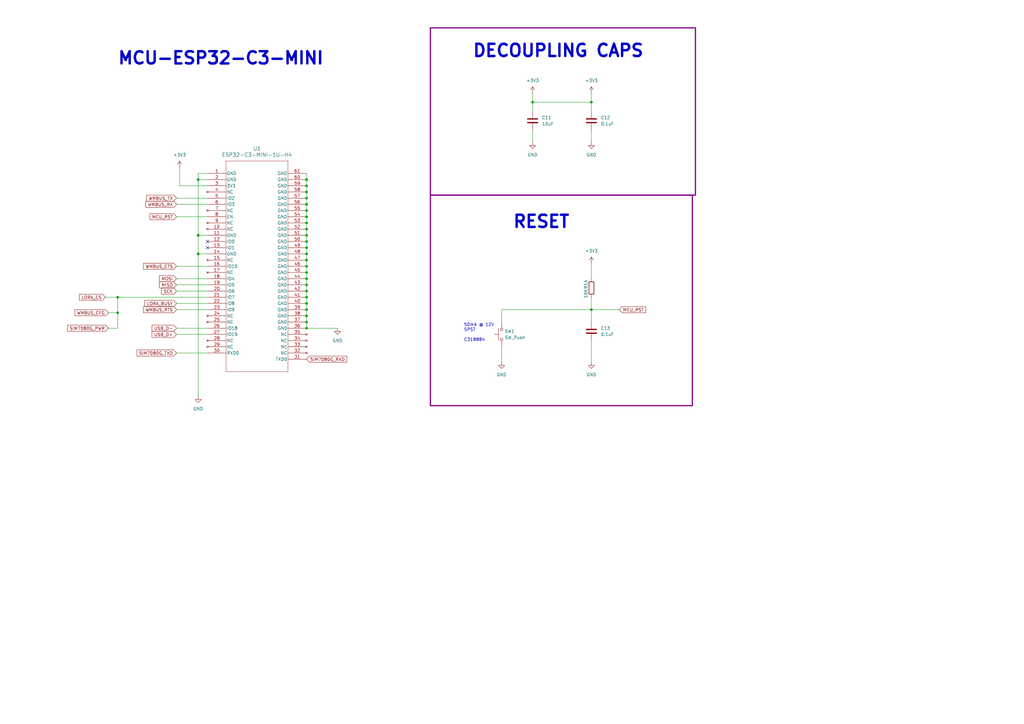
<source format=kicad_sch>
(kicad_sch
	(version 20231120)
	(generator "eeschema")
	(generator_version "8.0")
	(uuid "1b55424e-22aa-408d-9b9b-1c48c2c45540")
	(paper "A3")
	(title_block
		(title "IoT Gateway")
		(date "2024-10-15")
		(rev "v0.1.0")
		(company "Abstract Machines")
		(comment 1 "Designed By: Rodney Osodo")
		(comment 2 "Approved By: Jones Kisaka")
	)
	(lib_symbols
		(symbol "2024-11-20_06-36-54:ESP32-C3-MINI-1U-H4"
			(pin_names
				(offset 0.254)
			)
			(exclude_from_sim no)
			(in_bom yes)
			(on_board yes)
			(property "Reference" "U"
				(at 20.32 10.16 0)
				(effects
					(font
						(size 1.524 1.524)
					)
				)
			)
			(property "Value" "ESP32-C3-MINI-1U-H4"
				(at 20.32 7.62 0)
				(effects
					(font
						(size 1.524 1.524)
					)
				)
			)
			(property "Footprint" "ESP32-C3-MINI-1U_EXP"
				(at 0 0 0)
				(effects
					(font
						(size 1.27 1.27)
						(italic yes)
					)
					(hide yes)
				)
			)
			(property "Datasheet" "ESP32-C3-MINI-1U-H4"
				(at 0 0 0)
				(effects
					(font
						(size 1.27 1.27)
						(italic yes)
					)
					(hide yes)
				)
			)
			(property "Description" ""
				(at 0 0 0)
				(effects
					(font
						(size 1.27 1.27)
					)
					(hide yes)
				)
			)
			(property "ki_locked" ""
				(at 0 0 0)
				(effects
					(font
						(size 1.27 1.27)
					)
				)
			)
			(property "ki_keywords" "ESP32-C3-MINI-1U-H4"
				(at 0 0 0)
				(effects
					(font
						(size 1.27 1.27)
					)
					(hide yes)
				)
			)
			(property "ki_fp_filters" "ESP32-C3-MINI-1U_EXP"
				(at 0 0 0)
				(effects
					(font
						(size 1.27 1.27)
					)
					(hide yes)
				)
			)
			(symbol "ESP32-C3-MINI-1U-H4_0_1"
				(polyline
					(pts
						(xy 7.62 -81.28) (xy 33.02 -81.28)
					)
					(stroke
						(width 0.127)
						(type default)
					)
					(fill
						(type none)
					)
				)
				(polyline
					(pts
						(xy 7.62 5.08) (xy 7.62 -81.28)
					)
					(stroke
						(width 0.127)
						(type default)
					)
					(fill
						(type none)
					)
				)
				(polyline
					(pts
						(xy 33.02 -81.28) (xy 33.02 5.08)
					)
					(stroke
						(width 0.127)
						(type default)
					)
					(fill
						(type none)
					)
				)
				(polyline
					(pts
						(xy 33.02 5.08) (xy 7.62 5.08)
					)
					(stroke
						(width 0.127)
						(type default)
					)
					(fill
						(type none)
					)
				)
				(pin power_out line
					(at 0 0 0)
					(length 7.62)
					(name "GND"
						(effects
							(font
								(size 1.27 1.27)
							)
						)
					)
					(number "1"
						(effects
							(font
								(size 1.27 1.27)
							)
						)
					)
				)
				(pin no_connect line
					(at 0 -22.86 0)
					(length 7.62)
					(name "NC"
						(effects
							(font
								(size 1.27 1.27)
							)
						)
					)
					(number "10"
						(effects
							(font
								(size 1.27 1.27)
							)
						)
					)
				)
				(pin power_out line
					(at 0 -25.4 0)
					(length 7.62)
					(name "GND"
						(effects
							(font
								(size 1.27 1.27)
							)
						)
					)
					(number "11"
						(effects
							(font
								(size 1.27 1.27)
							)
						)
					)
				)
				(pin bidirectional line
					(at 0 -27.94 0)
					(length 7.62)
					(name "IO0"
						(effects
							(font
								(size 1.27 1.27)
							)
						)
					)
					(number "12"
						(effects
							(font
								(size 1.27 1.27)
							)
						)
					)
				)
				(pin bidirectional line
					(at 0 -30.48 0)
					(length 7.62)
					(name "IO1"
						(effects
							(font
								(size 1.27 1.27)
							)
						)
					)
					(number "13"
						(effects
							(font
								(size 1.27 1.27)
							)
						)
					)
				)
				(pin power_out line
					(at 0 -33.02 0)
					(length 7.62)
					(name "GND"
						(effects
							(font
								(size 1.27 1.27)
							)
						)
					)
					(number "14"
						(effects
							(font
								(size 1.27 1.27)
							)
						)
					)
				)
				(pin no_connect line
					(at 0 -35.56 0)
					(length 7.62)
					(name "NC"
						(effects
							(font
								(size 1.27 1.27)
							)
						)
					)
					(number "15"
						(effects
							(font
								(size 1.27 1.27)
							)
						)
					)
				)
				(pin bidirectional line
					(at 0 -38.1 0)
					(length 7.62)
					(name "IO10"
						(effects
							(font
								(size 1.27 1.27)
							)
						)
					)
					(number "16"
						(effects
							(font
								(size 1.27 1.27)
							)
						)
					)
				)
				(pin no_connect line
					(at 0 -40.64 0)
					(length 7.62)
					(name "NC"
						(effects
							(font
								(size 1.27 1.27)
							)
						)
					)
					(number "17"
						(effects
							(font
								(size 1.27 1.27)
							)
						)
					)
				)
				(pin bidirectional line
					(at 0 -43.18 0)
					(length 7.62)
					(name "IO4"
						(effects
							(font
								(size 1.27 1.27)
							)
						)
					)
					(number "18"
						(effects
							(font
								(size 1.27 1.27)
							)
						)
					)
				)
				(pin bidirectional line
					(at 0 -45.72 0)
					(length 7.62)
					(name "IO5"
						(effects
							(font
								(size 1.27 1.27)
							)
						)
					)
					(number "19"
						(effects
							(font
								(size 1.27 1.27)
							)
						)
					)
				)
				(pin power_out line
					(at 0 -2.54 0)
					(length 7.62)
					(name "GND"
						(effects
							(font
								(size 1.27 1.27)
							)
						)
					)
					(number "2"
						(effects
							(font
								(size 1.27 1.27)
							)
						)
					)
				)
				(pin bidirectional line
					(at 0 -48.26 0)
					(length 7.62)
					(name "IO6"
						(effects
							(font
								(size 1.27 1.27)
							)
						)
					)
					(number "20"
						(effects
							(font
								(size 1.27 1.27)
							)
						)
					)
				)
				(pin bidirectional line
					(at 0 -50.8 0)
					(length 7.62)
					(name "IO7"
						(effects
							(font
								(size 1.27 1.27)
							)
						)
					)
					(number "21"
						(effects
							(font
								(size 1.27 1.27)
							)
						)
					)
				)
				(pin bidirectional line
					(at 0 -53.34 0)
					(length 7.62)
					(name "IO8"
						(effects
							(font
								(size 1.27 1.27)
							)
						)
					)
					(number "22"
						(effects
							(font
								(size 1.27 1.27)
							)
						)
					)
				)
				(pin bidirectional line
					(at 0 -55.88 0)
					(length 7.62)
					(name "IO9"
						(effects
							(font
								(size 1.27 1.27)
							)
						)
					)
					(number "23"
						(effects
							(font
								(size 1.27 1.27)
							)
						)
					)
				)
				(pin no_connect line
					(at 0 -58.42 0)
					(length 7.62)
					(name "NC"
						(effects
							(font
								(size 1.27 1.27)
							)
						)
					)
					(number "24"
						(effects
							(font
								(size 1.27 1.27)
							)
						)
					)
				)
				(pin no_connect line
					(at 0 -60.96 0)
					(length 7.62)
					(name "NC"
						(effects
							(font
								(size 1.27 1.27)
							)
						)
					)
					(number "25"
						(effects
							(font
								(size 1.27 1.27)
							)
						)
					)
				)
				(pin bidirectional line
					(at 0 -63.5 0)
					(length 7.62)
					(name "IO18"
						(effects
							(font
								(size 1.27 1.27)
							)
						)
					)
					(number "26"
						(effects
							(font
								(size 1.27 1.27)
							)
						)
					)
				)
				(pin bidirectional line
					(at 0 -66.04 0)
					(length 7.62)
					(name "IO19"
						(effects
							(font
								(size 1.27 1.27)
							)
						)
					)
					(number "27"
						(effects
							(font
								(size 1.27 1.27)
							)
						)
					)
				)
				(pin no_connect line
					(at 0 -68.58 0)
					(length 7.62)
					(name "NC"
						(effects
							(font
								(size 1.27 1.27)
							)
						)
					)
					(number "28"
						(effects
							(font
								(size 1.27 1.27)
							)
						)
					)
				)
				(pin no_connect line
					(at 0 -71.12 0)
					(length 7.62)
					(name "NC"
						(effects
							(font
								(size 1.27 1.27)
							)
						)
					)
					(number "29"
						(effects
							(font
								(size 1.27 1.27)
							)
						)
					)
				)
				(pin power_in line
					(at 0 -5.08 0)
					(length 7.62)
					(name "3V3"
						(effects
							(font
								(size 1.27 1.27)
							)
						)
					)
					(number "3"
						(effects
							(font
								(size 1.27 1.27)
							)
						)
					)
				)
				(pin bidirectional line
					(at 0 -73.66 0)
					(length 7.62)
					(name "RXD0"
						(effects
							(font
								(size 1.27 1.27)
							)
						)
					)
					(number "30"
						(effects
							(font
								(size 1.27 1.27)
							)
						)
					)
				)
				(pin bidirectional line
					(at 40.64 -76.2 180)
					(length 7.62)
					(name "TXD0"
						(effects
							(font
								(size 1.27 1.27)
							)
						)
					)
					(number "31"
						(effects
							(font
								(size 1.27 1.27)
							)
						)
					)
				)
				(pin no_connect line
					(at 40.64 -73.66 180)
					(length 7.62)
					(name "NC"
						(effects
							(font
								(size 1.27 1.27)
							)
						)
					)
					(number "32"
						(effects
							(font
								(size 1.27 1.27)
							)
						)
					)
				)
				(pin no_connect line
					(at 40.64 -71.12 180)
					(length 7.62)
					(name "NC"
						(effects
							(font
								(size 1.27 1.27)
							)
						)
					)
					(number "33"
						(effects
							(font
								(size 1.27 1.27)
							)
						)
					)
				)
				(pin no_connect line
					(at 40.64 -68.58 180)
					(length 7.62)
					(name "NC"
						(effects
							(font
								(size 1.27 1.27)
							)
						)
					)
					(number "34"
						(effects
							(font
								(size 1.27 1.27)
							)
						)
					)
				)
				(pin no_connect line
					(at 40.64 -66.04 180)
					(length 7.62)
					(name "NC"
						(effects
							(font
								(size 1.27 1.27)
							)
						)
					)
					(number "35"
						(effects
							(font
								(size 1.27 1.27)
							)
						)
					)
				)
				(pin power_out line
					(at 40.64 -63.5 180)
					(length 7.62)
					(name "GND"
						(effects
							(font
								(size 1.27 1.27)
							)
						)
					)
					(number "36"
						(effects
							(font
								(size 1.27 1.27)
							)
						)
					)
				)
				(pin power_out line
					(at 40.64 -60.96 180)
					(length 7.62)
					(name "GND"
						(effects
							(font
								(size 1.27 1.27)
							)
						)
					)
					(number "37"
						(effects
							(font
								(size 1.27 1.27)
							)
						)
					)
				)
				(pin power_out line
					(at 40.64 -58.42 180)
					(length 7.62)
					(name "GND"
						(effects
							(font
								(size 1.27 1.27)
							)
						)
					)
					(number "38"
						(effects
							(font
								(size 1.27 1.27)
							)
						)
					)
				)
				(pin power_out line
					(at 40.64 -55.88 180)
					(length 7.62)
					(name "GND"
						(effects
							(font
								(size 1.27 1.27)
							)
						)
					)
					(number "39"
						(effects
							(font
								(size 1.27 1.27)
							)
						)
					)
				)
				(pin no_connect line
					(at 0 -7.62 0)
					(length 7.62)
					(name "NC"
						(effects
							(font
								(size 1.27 1.27)
							)
						)
					)
					(number "4"
						(effects
							(font
								(size 1.27 1.27)
							)
						)
					)
				)
				(pin power_out line
					(at 40.64 -53.34 180)
					(length 7.62)
					(name "GND"
						(effects
							(font
								(size 1.27 1.27)
							)
						)
					)
					(number "40"
						(effects
							(font
								(size 1.27 1.27)
							)
						)
					)
				)
				(pin power_out line
					(at 40.64 -50.8 180)
					(length 7.62)
					(name "GND"
						(effects
							(font
								(size 1.27 1.27)
							)
						)
					)
					(number "41"
						(effects
							(font
								(size 1.27 1.27)
							)
						)
					)
				)
				(pin power_out line
					(at 40.64 -48.26 180)
					(length 7.62)
					(name "GND"
						(effects
							(font
								(size 1.27 1.27)
							)
						)
					)
					(number "42"
						(effects
							(font
								(size 1.27 1.27)
							)
						)
					)
				)
				(pin power_out line
					(at 40.64 -45.72 180)
					(length 7.62)
					(name "GND"
						(effects
							(font
								(size 1.27 1.27)
							)
						)
					)
					(number "43"
						(effects
							(font
								(size 1.27 1.27)
							)
						)
					)
				)
				(pin power_out line
					(at 40.64 -43.18 180)
					(length 7.62)
					(name "GND"
						(effects
							(font
								(size 1.27 1.27)
							)
						)
					)
					(number "44"
						(effects
							(font
								(size 1.27 1.27)
							)
						)
					)
				)
				(pin power_out line
					(at 40.64 -40.64 180)
					(length 7.62)
					(name "GND"
						(effects
							(font
								(size 1.27 1.27)
							)
						)
					)
					(number "45"
						(effects
							(font
								(size 1.27 1.27)
							)
						)
					)
				)
				(pin power_out line
					(at 40.64 -38.1 180)
					(length 7.62)
					(name "GND"
						(effects
							(font
								(size 1.27 1.27)
							)
						)
					)
					(number "46"
						(effects
							(font
								(size 1.27 1.27)
							)
						)
					)
				)
				(pin power_out line
					(at 40.64 -35.56 180)
					(length 7.62)
					(name "GND"
						(effects
							(font
								(size 1.27 1.27)
							)
						)
					)
					(number "47"
						(effects
							(font
								(size 1.27 1.27)
							)
						)
					)
				)
				(pin power_out line
					(at 40.64 -33.02 180)
					(length 7.62)
					(name "GND"
						(effects
							(font
								(size 1.27 1.27)
							)
						)
					)
					(number "48"
						(effects
							(font
								(size 1.27 1.27)
							)
						)
					)
				)
				(pin power_out line
					(at 40.64 -30.48 180)
					(length 7.62)
					(name "GND"
						(effects
							(font
								(size 1.27 1.27)
							)
						)
					)
					(number "49"
						(effects
							(font
								(size 1.27 1.27)
							)
						)
					)
				)
				(pin bidirectional line
					(at 0 -10.16 0)
					(length 7.62)
					(name "IO2"
						(effects
							(font
								(size 1.27 1.27)
							)
						)
					)
					(number "5"
						(effects
							(font
								(size 1.27 1.27)
							)
						)
					)
				)
				(pin power_out line
					(at 40.64 -27.94 180)
					(length 7.62)
					(name "GND"
						(effects
							(font
								(size 1.27 1.27)
							)
						)
					)
					(number "50"
						(effects
							(font
								(size 1.27 1.27)
							)
						)
					)
				)
				(pin power_out line
					(at 40.64 -25.4 180)
					(length 7.62)
					(name "GND"
						(effects
							(font
								(size 1.27 1.27)
							)
						)
					)
					(number "51"
						(effects
							(font
								(size 1.27 1.27)
							)
						)
					)
				)
				(pin power_out line
					(at 40.64 -22.86 180)
					(length 7.62)
					(name "GND"
						(effects
							(font
								(size 1.27 1.27)
							)
						)
					)
					(number "52"
						(effects
							(font
								(size 1.27 1.27)
							)
						)
					)
				)
				(pin power_out line
					(at 40.64 -20.32 180)
					(length 7.62)
					(name "GND"
						(effects
							(font
								(size 1.27 1.27)
							)
						)
					)
					(number "53"
						(effects
							(font
								(size 1.27 1.27)
							)
						)
					)
				)
				(pin power_out line
					(at 40.64 -17.78 180)
					(length 7.62)
					(name "GND"
						(effects
							(font
								(size 1.27 1.27)
							)
						)
					)
					(number "54"
						(effects
							(font
								(size 1.27 1.27)
							)
						)
					)
				)
				(pin power_out line
					(at 40.64 -15.24 180)
					(length 7.62)
					(name "GND"
						(effects
							(font
								(size 1.27 1.27)
							)
						)
					)
					(number "55"
						(effects
							(font
								(size 1.27 1.27)
							)
						)
					)
				)
				(pin power_out line
					(at 40.64 -12.7 180)
					(length 7.62)
					(name "GND"
						(effects
							(font
								(size 1.27 1.27)
							)
						)
					)
					(number "56"
						(effects
							(font
								(size 1.27 1.27)
							)
						)
					)
				)
				(pin power_out line
					(at 40.64 -10.16 180)
					(length 7.62)
					(name "GND"
						(effects
							(font
								(size 1.27 1.27)
							)
						)
					)
					(number "57"
						(effects
							(font
								(size 1.27 1.27)
							)
						)
					)
				)
				(pin power_out line
					(at 40.64 -7.62 180)
					(length 7.62)
					(name "GND"
						(effects
							(font
								(size 1.27 1.27)
							)
						)
					)
					(number "58"
						(effects
							(font
								(size 1.27 1.27)
							)
						)
					)
				)
				(pin power_out line
					(at 40.64 -5.08 180)
					(length 7.62)
					(name "GND"
						(effects
							(font
								(size 1.27 1.27)
							)
						)
					)
					(number "59"
						(effects
							(font
								(size 1.27 1.27)
							)
						)
					)
				)
				(pin bidirectional line
					(at 0 -12.7 0)
					(length 7.62)
					(name "IO3"
						(effects
							(font
								(size 1.27 1.27)
							)
						)
					)
					(number "6"
						(effects
							(font
								(size 1.27 1.27)
							)
						)
					)
				)
				(pin power_out line
					(at 40.64 -2.54 180)
					(length 7.62)
					(name "GND"
						(effects
							(font
								(size 1.27 1.27)
							)
						)
					)
					(number "60"
						(effects
							(font
								(size 1.27 1.27)
							)
						)
					)
				)
				(pin power_out line
					(at 40.64 0 180)
					(length 7.62)
					(name "GND"
						(effects
							(font
								(size 1.27 1.27)
							)
						)
					)
					(number "61"
						(effects
							(font
								(size 1.27 1.27)
							)
						)
					)
				)
				(pin no_connect line
					(at 0 -15.24 0)
					(length 7.62)
					(name "NC"
						(effects
							(font
								(size 1.27 1.27)
							)
						)
					)
					(number "7"
						(effects
							(font
								(size 1.27 1.27)
							)
						)
					)
				)
				(pin input line
					(at 0 -17.78 0)
					(length 7.62)
					(name "EN"
						(effects
							(font
								(size 1.27 1.27)
							)
						)
					)
					(number "8"
						(effects
							(font
								(size 1.27 1.27)
							)
						)
					)
				)
				(pin no_connect line
					(at 0 -20.32 0)
					(length 7.62)
					(name "NC"
						(effects
							(font
								(size 1.27 1.27)
							)
						)
					)
					(number "9"
						(effects
							(font
								(size 1.27 1.27)
							)
						)
					)
				)
			)
		)
		(symbol "Device:C"
			(pin_numbers hide)
			(pin_names
				(offset 0.254)
			)
			(exclude_from_sim no)
			(in_bom yes)
			(on_board yes)
			(property "Reference" "C"
				(at 0.635 2.54 0)
				(effects
					(font
						(size 1.27 1.27)
					)
					(justify left)
				)
			)
			(property "Value" "C"
				(at 0.635 -2.54 0)
				(effects
					(font
						(size 1.27 1.27)
					)
					(justify left)
				)
			)
			(property "Footprint" ""
				(at 0.9652 -3.81 0)
				(effects
					(font
						(size 1.27 1.27)
					)
					(hide yes)
				)
			)
			(property "Datasheet" "~"
				(at 0 0 0)
				(effects
					(font
						(size 1.27 1.27)
					)
					(hide yes)
				)
			)
			(property "Description" "Unpolarized capacitor"
				(at 0 0 0)
				(effects
					(font
						(size 1.27 1.27)
					)
					(hide yes)
				)
			)
			(property "ki_keywords" "cap capacitor"
				(at 0 0 0)
				(effects
					(font
						(size 1.27 1.27)
					)
					(hide yes)
				)
			)
			(property "ki_fp_filters" "C_*"
				(at 0 0 0)
				(effects
					(font
						(size 1.27 1.27)
					)
					(hide yes)
				)
			)
			(symbol "C_0_1"
				(polyline
					(pts
						(xy -2.032 -0.762) (xy 2.032 -0.762)
					)
					(stroke
						(width 0.508)
						(type default)
					)
					(fill
						(type none)
					)
				)
				(polyline
					(pts
						(xy -2.032 0.762) (xy 2.032 0.762)
					)
					(stroke
						(width 0.508)
						(type default)
					)
					(fill
						(type none)
					)
				)
			)
			(symbol "C_1_1"
				(pin passive line
					(at 0 3.81 270)
					(length 2.794)
					(name "~"
						(effects
							(font
								(size 1.27 1.27)
							)
						)
					)
					(number "1"
						(effects
							(font
								(size 1.27 1.27)
							)
						)
					)
				)
				(pin passive line
					(at 0 -3.81 90)
					(length 2.794)
					(name "~"
						(effects
							(font
								(size 1.27 1.27)
							)
						)
					)
					(number "2"
						(effects
							(font
								(size 1.27 1.27)
							)
						)
					)
				)
			)
		)
		(symbol "Device:R"
			(pin_numbers hide)
			(pin_names
				(offset 0)
			)
			(exclude_from_sim no)
			(in_bom yes)
			(on_board yes)
			(property "Reference" "R"
				(at 2.032 0 90)
				(effects
					(font
						(size 1.27 1.27)
					)
				)
			)
			(property "Value" "R"
				(at 0 0 90)
				(effects
					(font
						(size 1.27 1.27)
					)
				)
			)
			(property "Footprint" ""
				(at -1.778 0 90)
				(effects
					(font
						(size 1.27 1.27)
					)
					(hide yes)
				)
			)
			(property "Datasheet" "~"
				(at 0 0 0)
				(effects
					(font
						(size 1.27 1.27)
					)
					(hide yes)
				)
			)
			(property "Description" "Resistor"
				(at 0 0 0)
				(effects
					(font
						(size 1.27 1.27)
					)
					(hide yes)
				)
			)
			(property "ki_keywords" "R res resistor"
				(at 0 0 0)
				(effects
					(font
						(size 1.27 1.27)
					)
					(hide yes)
				)
			)
			(property "ki_fp_filters" "R_*"
				(at 0 0 0)
				(effects
					(font
						(size 1.27 1.27)
					)
					(hide yes)
				)
			)
			(symbol "R_0_1"
				(rectangle
					(start -1.016 -2.54)
					(end 1.016 2.54)
					(stroke
						(width 0.254)
						(type default)
					)
					(fill
						(type none)
					)
				)
			)
			(symbol "R_1_1"
				(pin passive line
					(at 0 3.81 270)
					(length 1.27)
					(name "~"
						(effects
							(font
								(size 1.27 1.27)
							)
						)
					)
					(number "1"
						(effects
							(font
								(size 1.27 1.27)
							)
						)
					)
				)
				(pin passive line
					(at 0 -3.81 90)
					(length 1.27)
					(name "~"
						(effects
							(font
								(size 1.27 1.27)
							)
						)
					)
					(number "2"
						(effects
							(font
								(size 1.27 1.27)
							)
						)
					)
				)
			)
		)
		(symbol "Switch:SW_Push"
			(pin_numbers hide)
			(pin_names
				(offset 1.016) hide)
			(exclude_from_sim no)
			(in_bom yes)
			(on_board yes)
			(property "Reference" "SW"
				(at 1.27 2.54 0)
				(effects
					(font
						(size 1.27 1.27)
					)
					(justify left)
				)
			)
			(property "Value" "SW_Push"
				(at 0 -1.524 0)
				(effects
					(font
						(size 1.27 1.27)
					)
				)
			)
			(property "Footprint" ""
				(at 0 5.08 0)
				(effects
					(font
						(size 1.27 1.27)
					)
					(hide yes)
				)
			)
			(property "Datasheet" "~"
				(at 0 5.08 0)
				(effects
					(font
						(size 1.27 1.27)
					)
					(hide yes)
				)
			)
			(property "Description" "Push button switch, generic, two pins"
				(at 0 0 0)
				(effects
					(font
						(size 1.27 1.27)
					)
					(hide yes)
				)
			)
			(property "ki_keywords" "switch normally-open pushbutton push-button"
				(at 0 0 0)
				(effects
					(font
						(size 1.27 1.27)
					)
					(hide yes)
				)
			)
			(symbol "SW_Push_0_1"
				(circle
					(center -2.032 0)
					(radius 0.508)
					(stroke
						(width 0)
						(type default)
					)
					(fill
						(type none)
					)
				)
				(polyline
					(pts
						(xy 0 1.27) (xy 0 3.048)
					)
					(stroke
						(width 0)
						(type default)
					)
					(fill
						(type none)
					)
				)
				(polyline
					(pts
						(xy 2.54 1.27) (xy -2.54 1.27)
					)
					(stroke
						(width 0)
						(type default)
					)
					(fill
						(type none)
					)
				)
				(circle
					(center 2.032 0)
					(radius 0.508)
					(stroke
						(width 0)
						(type default)
					)
					(fill
						(type none)
					)
				)
				(pin passive line
					(at -5.08 0 0)
					(length 2.54)
					(name "1"
						(effects
							(font
								(size 1.27 1.27)
							)
						)
					)
					(number "1"
						(effects
							(font
								(size 1.27 1.27)
							)
						)
					)
				)
				(pin passive line
					(at 5.08 0 180)
					(length 2.54)
					(name "2"
						(effects
							(font
								(size 1.27 1.27)
							)
						)
					)
					(number "2"
						(effects
							(font
								(size 1.27 1.27)
							)
						)
					)
				)
			)
		)
		(symbol "power:+3V3"
			(power)
			(pin_numbers hide)
			(pin_names
				(offset 0) hide)
			(exclude_from_sim no)
			(in_bom yes)
			(on_board yes)
			(property "Reference" "#PWR"
				(at 0 -3.81 0)
				(effects
					(font
						(size 1.27 1.27)
					)
					(hide yes)
				)
			)
			(property "Value" "+3V3"
				(at 0 3.556 0)
				(effects
					(font
						(size 1.27 1.27)
					)
				)
			)
			(property "Footprint" ""
				(at 0 0 0)
				(effects
					(font
						(size 1.27 1.27)
					)
					(hide yes)
				)
			)
			(property "Datasheet" ""
				(at 0 0 0)
				(effects
					(font
						(size 1.27 1.27)
					)
					(hide yes)
				)
			)
			(property "Description" "Power symbol creates a global label with name \"+3V3\""
				(at 0 0 0)
				(effects
					(font
						(size 1.27 1.27)
					)
					(hide yes)
				)
			)
			(property "ki_keywords" "global power"
				(at 0 0 0)
				(effects
					(font
						(size 1.27 1.27)
					)
					(hide yes)
				)
			)
			(symbol "+3V3_0_1"
				(polyline
					(pts
						(xy -0.762 1.27) (xy 0 2.54)
					)
					(stroke
						(width 0)
						(type default)
					)
					(fill
						(type none)
					)
				)
				(polyline
					(pts
						(xy 0 0) (xy 0 2.54)
					)
					(stroke
						(width 0)
						(type default)
					)
					(fill
						(type none)
					)
				)
				(polyline
					(pts
						(xy 0 2.54) (xy 0.762 1.27)
					)
					(stroke
						(width 0)
						(type default)
					)
					(fill
						(type none)
					)
				)
			)
			(symbol "+3V3_1_1"
				(pin power_in line
					(at 0 0 90)
					(length 0)
					(name "~"
						(effects
							(font
								(size 1.27 1.27)
							)
						)
					)
					(number "1"
						(effects
							(font
								(size 1.27 1.27)
							)
						)
					)
				)
			)
		)
		(symbol "power:GND"
			(power)
			(pin_numbers hide)
			(pin_names
				(offset 0) hide)
			(exclude_from_sim no)
			(in_bom yes)
			(on_board yes)
			(property "Reference" "#PWR"
				(at 0 -6.35 0)
				(effects
					(font
						(size 1.27 1.27)
					)
					(hide yes)
				)
			)
			(property "Value" "GND"
				(at 0 -3.81 0)
				(effects
					(font
						(size 1.27 1.27)
					)
				)
			)
			(property "Footprint" ""
				(at 0 0 0)
				(effects
					(font
						(size 1.27 1.27)
					)
					(hide yes)
				)
			)
			(property "Datasheet" ""
				(at 0 0 0)
				(effects
					(font
						(size 1.27 1.27)
					)
					(hide yes)
				)
			)
			(property "Description" "Power symbol creates a global label with name \"GND\" , ground"
				(at 0 0 0)
				(effects
					(font
						(size 1.27 1.27)
					)
					(hide yes)
				)
			)
			(property "ki_keywords" "global power"
				(at 0 0 0)
				(effects
					(font
						(size 1.27 1.27)
					)
					(hide yes)
				)
			)
			(symbol "GND_0_1"
				(polyline
					(pts
						(xy 0 0) (xy 0 -1.27) (xy 1.27 -1.27) (xy 0 -2.54) (xy -1.27 -1.27) (xy 0 -1.27)
					)
					(stroke
						(width 0)
						(type default)
					)
					(fill
						(type none)
					)
				)
			)
			(symbol "GND_1_1"
				(pin power_in line
					(at 0 0 270)
					(length 0)
					(name "~"
						(effects
							(font
								(size 1.27 1.27)
							)
						)
					)
					(number "1"
						(effects
							(font
								(size 1.27 1.27)
							)
						)
					)
				)
			)
		)
	)
	(junction
		(at 81.28 96.52)
		(diameter 0)
		(color 0 0 0 0)
		(uuid "026ce392-cb3d-4656-ac1d-8d0937a2fef6")
	)
	(junction
		(at 125.73 134.62)
		(diameter 0)
		(color 0 0 0 0)
		(uuid "04fe922d-37d5-4d41-9f32-b22f11f54af0")
	)
	(junction
		(at 125.73 121.92)
		(diameter 0)
		(color 0 0 0 0)
		(uuid "069f28d7-cced-4cfa-a782-3d373306c487")
	)
	(junction
		(at 125.73 78.74)
		(diameter 0)
		(color 0 0 0 0)
		(uuid "088281cc-af6c-44e8-83b3-3923a917f43f")
	)
	(junction
		(at 125.73 88.9)
		(diameter 0)
		(color 0 0 0 0)
		(uuid "08d13cbc-f34b-45cb-9c89-fbd079a29dc3")
	)
	(junction
		(at 242.57 127)
		(diameter 0)
		(color 0 0 0 0)
		(uuid "18be4e1a-6529-4362-9d8f-a1391e469450")
	)
	(junction
		(at 125.73 119.38)
		(diameter 0)
		(color 0 0 0 0)
		(uuid "18e90fd0-f2c4-4cae-a6c7-c368d6abfb26")
	)
	(junction
		(at 125.73 111.76)
		(diameter 0)
		(color 0 0 0 0)
		(uuid "1fcb3b79-8f59-4ef6-9493-115756730727")
	)
	(junction
		(at 125.73 101.6)
		(diameter 0)
		(color 0 0 0 0)
		(uuid "2583d580-d1c6-45bd-92da-71b57bdf2493")
	)
	(junction
		(at 125.73 91.44)
		(diameter 0)
		(color 0 0 0 0)
		(uuid "3eff7992-9e50-43f8-8ee5-141feaeb7d5a")
	)
	(junction
		(at 125.73 93.98)
		(diameter 0)
		(color 0 0 0 0)
		(uuid "45ff7106-e9eb-4ca1-8dcf-7e4713d6e62d")
	)
	(junction
		(at 242.57 41.91)
		(diameter 0)
		(color 0 0 0 0)
		(uuid "61ede793-f0dc-40eb-9cee-1a505e1e5e00")
	)
	(junction
		(at 125.73 116.84)
		(diameter 0)
		(color 0 0 0 0)
		(uuid "62cf5d90-484f-4211-860b-3052fedff582")
	)
	(junction
		(at 125.73 124.46)
		(diameter 0)
		(color 0 0 0 0)
		(uuid "6ad7dbfc-448c-4626-85c2-928ba8506c6b")
	)
	(junction
		(at 125.73 114.3)
		(diameter 0)
		(color 0 0 0 0)
		(uuid "7a585884-4525-4af9-9600-ecf803ad9519")
	)
	(junction
		(at 125.73 129.54)
		(diameter 0)
		(color 0 0 0 0)
		(uuid "7fdb9b78-e339-42b8-884b-0e91c720114d")
	)
	(junction
		(at 48.26 128.27)
		(diameter 0)
		(color 0 0 0 0)
		(uuid "90ab7519-e91c-4a71-8bb0-942264f1d29b")
	)
	(junction
		(at 125.73 132.08)
		(diameter 0)
		(color 0 0 0 0)
		(uuid "9848d545-8065-41e5-aae1-d9b1a1488a50")
	)
	(junction
		(at 81.28 104.14)
		(diameter 0)
		(color 0 0 0 0)
		(uuid "a7cab5e7-c918-4d37-b14f-4f5946587312")
	)
	(junction
		(at 125.73 96.52)
		(diameter 0)
		(color 0 0 0 0)
		(uuid "ab7fd197-db67-4bd3-807e-d8c2d1584f5d")
	)
	(junction
		(at 125.73 83.82)
		(diameter 0)
		(color 0 0 0 0)
		(uuid "b72aeba6-62e0-40da-80f2-b1b8af859b3b")
	)
	(junction
		(at 81.28 73.66)
		(diameter 0)
		(color 0 0 0 0)
		(uuid "bb354335-88ef-4ce1-8c31-c472a141ec90")
	)
	(junction
		(at 125.73 86.36)
		(diameter 0)
		(color 0 0 0 0)
		(uuid "ca353028-ace2-4689-b17c-5cfb95b193f6")
	)
	(junction
		(at 125.73 106.68)
		(diameter 0)
		(color 0 0 0 0)
		(uuid "cf448468-2838-4cc3-b3f3-8f153501f2c3")
	)
	(junction
		(at 125.73 109.22)
		(diameter 0)
		(color 0 0 0 0)
		(uuid "cf77b3cc-fbfa-45bc-a8a0-b20f9c93bb57")
	)
	(junction
		(at 125.73 76.2)
		(diameter 0)
		(color 0 0 0 0)
		(uuid "e78ad094-b031-4998-b026-b66b892e1e3d")
	)
	(junction
		(at 125.73 73.66)
		(diameter 0)
		(color 0 0 0 0)
		(uuid "e83eebf6-bbc8-479d-b9ba-6f99d7c06c82")
	)
	(junction
		(at 125.73 127)
		(diameter 0)
		(color 0 0 0 0)
		(uuid "e8a8ba92-9153-487d-ac1d-cadc7e22df37")
	)
	(junction
		(at 218.44 41.91)
		(diameter 0)
		(color 0 0 0 0)
		(uuid "f0d31efc-4959-4c52-892d-36a77bdbfe77")
	)
	(junction
		(at 48.26 121.92)
		(diameter 0)
		(color 0 0 0 0)
		(uuid "f180f3ce-1404-447c-9bd7-4c9fd11826ad")
	)
	(junction
		(at 125.73 81.28)
		(diameter 0)
		(color 0 0 0 0)
		(uuid "f212a3a5-05a5-41d5-a114-acf1c9cca6fb")
	)
	(junction
		(at 125.73 99.06)
		(diameter 0)
		(color 0 0 0 0)
		(uuid "fa32d8e0-c8a3-4e14-bb30-40cde7a4305e")
	)
	(junction
		(at 125.73 104.14)
		(diameter 0)
		(color 0 0 0 0)
		(uuid "fe51c9da-9b4d-4c2d-9fe0-ca0a46329f1c")
	)
	(no_connect
		(at 85.09 101.6)
		(uuid "7dcfdd0e-1f40-4cba-a424-4c3ad7495b00")
	)
	(no_connect
		(at 85.09 99.06)
		(uuid "d2ee0439-28a6-4b5e-aaa2-dbb21ba1cf16")
	)
	(wire
		(pts
			(xy 72.39 109.22) (xy 85.09 109.22)
		)
		(stroke
			(width 0)
			(type default)
		)
		(uuid "00bfbc3f-c2f6-4a21-b739-cb28a8f7d368")
	)
	(wire
		(pts
			(xy 125.73 119.38) (xy 125.73 121.92)
		)
		(stroke
			(width 0)
			(type default)
		)
		(uuid "09b2eac3-dc84-4e4f-90d0-23ca477337c5")
	)
	(wire
		(pts
			(xy 125.73 121.92) (xy 125.73 124.46)
		)
		(stroke
			(width 0)
			(type default)
		)
		(uuid "0d526db3-ce1d-4824-9b02-77537ac5fbb1")
	)
	(wire
		(pts
			(xy 125.73 101.6) (xy 125.73 104.14)
		)
		(stroke
			(width 0)
			(type default)
		)
		(uuid "0f518582-5d72-41c7-a5eb-070678671fd2")
	)
	(wire
		(pts
			(xy 125.73 116.84) (xy 125.73 119.38)
		)
		(stroke
			(width 0)
			(type default)
		)
		(uuid "1023c1b9-d38f-4cda-8fb5-ad1551ee765e")
	)
	(wire
		(pts
			(xy 125.73 111.76) (xy 125.73 114.3)
		)
		(stroke
			(width 0)
			(type default)
		)
		(uuid "11b467cb-8ed2-4fd4-a277-0bfdf2b003fb")
	)
	(wire
		(pts
			(xy 125.73 124.46) (xy 125.73 127)
		)
		(stroke
			(width 0)
			(type default)
		)
		(uuid "1608379e-777d-4b2c-b060-b91b2b831942")
	)
	(wire
		(pts
			(xy 72.39 134.62) (xy 85.09 134.62)
		)
		(stroke
			(width 0)
			(type default)
		)
		(uuid "1c3cab4a-dfa2-4d24-8622-961d0d56cb29")
	)
	(wire
		(pts
			(xy 125.73 127) (xy 125.73 129.54)
		)
		(stroke
			(width 0)
			(type default)
		)
		(uuid "239dcc5c-03f6-4530-b7d6-8918b5300ca2")
	)
	(wire
		(pts
			(xy 125.73 99.06) (xy 125.73 101.6)
		)
		(stroke
			(width 0)
			(type default)
		)
		(uuid "24c82419-911c-454d-b7eb-ba58e1debdeb")
	)
	(wire
		(pts
			(xy 218.44 38.1) (xy 218.44 41.91)
		)
		(stroke
			(width 0)
			(type default)
		)
		(uuid "27fa57c0-18c2-4dc3-8b6a-d6ad4f104543")
	)
	(wire
		(pts
			(xy 125.73 86.36) (xy 125.73 88.9)
		)
		(stroke
			(width 0)
			(type default)
		)
		(uuid "28ae346b-9166-4428-97b4-64631ae2c9c7")
	)
	(wire
		(pts
			(xy 205.74 142.24) (xy 205.74 148.59)
		)
		(stroke
			(width 0)
			(type default)
		)
		(uuid "2a8336e6-5762-4d34-9e49-4e3ee3bd0925")
	)
	(wire
		(pts
			(xy 81.28 96.52) (xy 85.09 96.52)
		)
		(stroke
			(width 0)
			(type default)
		)
		(uuid "2c23778d-97ba-4f0e-8869-de268d4c224c")
	)
	(wire
		(pts
			(xy 44.45 134.62) (xy 48.26 134.62)
		)
		(stroke
			(width 0)
			(type default)
		)
		(uuid "2d4f0453-97c7-463e-9715-a4b5074c68fa")
	)
	(wire
		(pts
			(xy 81.28 104.14) (xy 85.09 104.14)
		)
		(stroke
			(width 0)
			(type default)
		)
		(uuid "2eeecbbd-9bc8-4085-ae46-a89ed0148e35")
	)
	(wire
		(pts
			(xy 125.73 93.98) (xy 125.73 96.52)
		)
		(stroke
			(width 0)
			(type default)
		)
		(uuid "307ed879-5d98-4203-9370-63f5a68192bc")
	)
	(wire
		(pts
			(xy 125.73 73.66) (xy 125.73 76.2)
		)
		(stroke
			(width 0)
			(type default)
		)
		(uuid "30ed02a8-0466-4785-828a-8f6b2a671012")
	)
	(wire
		(pts
			(xy 85.09 71.12) (xy 81.28 71.12)
		)
		(stroke
			(width 0)
			(type default)
		)
		(uuid "31691697-776d-4cbb-aff7-e34735a5a489")
	)
	(wire
		(pts
			(xy 72.39 144.78) (xy 85.09 144.78)
		)
		(stroke
			(width 0)
			(type default)
		)
		(uuid "37d53126-2a7c-44f5-bd5c-0b0aaf684617")
	)
	(wire
		(pts
			(xy 72.39 137.16) (xy 85.09 137.16)
		)
		(stroke
			(width 0)
			(type default)
		)
		(uuid "38eaeb2d-2a0e-4ba0-b467-6ce4e51a1329")
	)
	(wire
		(pts
			(xy 125.73 129.54) (xy 125.73 132.08)
		)
		(stroke
			(width 0)
			(type default)
		)
		(uuid "3b321b54-e1de-481e-9394-8ff8a5c04d26")
	)
	(wire
		(pts
			(xy 43.18 121.92) (xy 48.26 121.92)
		)
		(stroke
			(width 0)
			(type default)
		)
		(uuid "43c7823f-3010-40a7-9a3f-1b8af2d7e3a0")
	)
	(wire
		(pts
			(xy 205.74 127) (xy 242.57 127)
		)
		(stroke
			(width 0)
			(type default)
		)
		(uuid "45bad7ce-0ea5-4dca-bbed-21eca6914dad")
	)
	(wire
		(pts
			(xy 81.28 96.52) (xy 81.28 104.14)
		)
		(stroke
			(width 0)
			(type default)
		)
		(uuid "463f0a93-d724-419c-abf9-dd1baab2884a")
	)
	(wire
		(pts
			(xy 242.57 53.34) (xy 242.57 58.42)
		)
		(stroke
			(width 0)
			(type default)
		)
		(uuid "46b7bca6-cadc-4312-85a2-51744f52284e")
	)
	(wire
		(pts
			(xy 48.26 128.27) (xy 48.26 121.92)
		)
		(stroke
			(width 0)
			(type default)
		)
		(uuid "50f4f161-6e78-4c76-99d3-9c2ed7a1b247")
	)
	(wire
		(pts
			(xy 242.57 107.95) (xy 242.57 114.3)
		)
		(stroke
			(width 0)
			(type default)
		)
		(uuid "5226e906-d070-41b7-9304-8158808f603e")
	)
	(wire
		(pts
			(xy 242.57 139.7) (xy 242.57 148.59)
		)
		(stroke
			(width 0)
			(type default)
		)
		(uuid "5a54301d-9ad8-4867-a3f1-e95824f6d710")
	)
	(wire
		(pts
			(xy 125.73 83.82) (xy 125.73 86.36)
		)
		(stroke
			(width 0)
			(type default)
		)
		(uuid "5c52defb-0791-4664-8c20-021fe4ab0878")
	)
	(wire
		(pts
			(xy 48.26 134.62) (xy 48.26 128.27)
		)
		(stroke
			(width 0)
			(type default)
		)
		(uuid "5dbcbdd2-4686-4fd0-ade2-d72e5a53bfaa")
	)
	(wire
		(pts
			(xy 205.74 132.08) (xy 205.74 127)
		)
		(stroke
			(width 0)
			(type default)
		)
		(uuid "5e74588d-6132-4ad3-afb6-8c0df796a30d")
	)
	(wire
		(pts
			(xy 125.73 88.9) (xy 125.73 91.44)
		)
		(stroke
			(width 0)
			(type default)
		)
		(uuid "6f1876b8-ba6d-4048-b831-8ee5a2821da2")
	)
	(wire
		(pts
			(xy 125.73 76.2) (xy 125.73 78.74)
		)
		(stroke
			(width 0)
			(type default)
		)
		(uuid "7112e01f-053c-4168-8d97-8257f208695c")
	)
	(wire
		(pts
			(xy 242.57 127) (xy 254 127)
		)
		(stroke
			(width 0)
			(type default)
		)
		(uuid "781e962d-e184-473a-9408-7721a9ab1e70")
	)
	(wire
		(pts
			(xy 72.39 83.82) (xy 85.09 83.82)
		)
		(stroke
			(width 0)
			(type default)
		)
		(uuid "7ffda77d-4273-4b36-9748-e6a245ac2cdf")
	)
	(wire
		(pts
			(xy 125.73 114.3) (xy 125.73 116.84)
		)
		(stroke
			(width 0)
			(type default)
		)
		(uuid "803b3a92-098b-4c41-9493-e9009ed53b1f")
	)
	(wire
		(pts
			(xy 85.09 76.2) (xy 73.66 76.2)
		)
		(stroke
			(width 0)
			(type default)
		)
		(uuid "85c852e8-c3a8-4ab2-9e40-d0a4940bf41f")
	)
	(wire
		(pts
			(xy 125.73 109.22) (xy 125.73 111.76)
		)
		(stroke
			(width 0)
			(type default)
		)
		(uuid "8767807b-b56e-42bf-a57b-44b818ba2aa7")
	)
	(wire
		(pts
			(xy 72.39 114.3) (xy 85.09 114.3)
		)
		(stroke
			(width 0)
			(type default)
		)
		(uuid "8a5e337e-f8a4-4790-8813-cb271bfa1f05")
	)
	(wire
		(pts
			(xy 242.57 45.72) (xy 242.57 41.91)
		)
		(stroke
			(width 0)
			(type default)
		)
		(uuid "8e7dbeee-b98a-468f-9d72-10d52c4efcc2")
	)
	(wire
		(pts
			(xy 125.73 91.44) (xy 125.73 93.98)
		)
		(stroke
			(width 0)
			(type default)
		)
		(uuid "9a92083c-525d-441d-9db3-afd6367765f3")
	)
	(wire
		(pts
			(xy 81.28 73.66) (xy 85.09 73.66)
		)
		(stroke
			(width 0)
			(type default)
		)
		(uuid "9d8b49c7-8099-4f44-9f42-fd24a75dbfe0")
	)
	(wire
		(pts
			(xy 125.73 71.12) (xy 125.73 73.66)
		)
		(stroke
			(width 0)
			(type default)
		)
		(uuid "a4bb5498-067c-4e6b-ab21-ea36696ffaa2")
	)
	(wire
		(pts
			(xy 72.39 119.38) (xy 85.09 119.38)
		)
		(stroke
			(width 0)
			(type default)
		)
		(uuid "a69edf0a-3fcd-4689-a8a9-8a80aa2a4412")
	)
	(wire
		(pts
			(xy 125.73 134.62) (xy 138.43 134.62)
		)
		(stroke
			(width 0)
			(type default)
		)
		(uuid "a7843cab-00b7-4abd-a702-ee069da406bd")
	)
	(wire
		(pts
			(xy 125.73 132.08) (xy 125.73 134.62)
		)
		(stroke
			(width 0)
			(type default)
		)
		(uuid "a88afbd2-2511-4c34-bfa1-f7640ed7f137")
	)
	(wire
		(pts
			(xy 81.28 73.66) (xy 81.28 96.52)
		)
		(stroke
			(width 0)
			(type default)
		)
		(uuid "ac7fb195-6df0-401a-8664-7726cfa9df2b")
	)
	(wire
		(pts
			(xy 81.28 104.14) (xy 81.28 162.56)
		)
		(stroke
			(width 0)
			(type default)
		)
		(uuid "affeeb7e-eb70-4995-8da9-866f0a00d843")
	)
	(wire
		(pts
			(xy 242.57 127) (xy 242.57 132.08)
		)
		(stroke
			(width 0)
			(type default)
		)
		(uuid "b548196e-c924-4aa8-aadf-27f7ba6119c9")
	)
	(wire
		(pts
			(xy 72.39 116.84) (xy 85.09 116.84)
		)
		(stroke
			(width 0)
			(type default)
		)
		(uuid "b818b9c7-a99a-414e-b607-76504cde765d")
	)
	(wire
		(pts
			(xy 125.73 104.14) (xy 125.73 106.68)
		)
		(stroke
			(width 0)
			(type default)
		)
		(uuid "bb80031c-c862-4208-a95d-49b935488a24")
	)
	(wire
		(pts
			(xy 218.44 53.34) (xy 218.44 58.42)
		)
		(stroke
			(width 0)
			(type default)
		)
		(uuid "be848d74-fcb3-4e9d-b7f8-afd524bb7c90")
	)
	(wire
		(pts
			(xy 48.26 121.92) (xy 85.09 121.92)
		)
		(stroke
			(width 0)
			(type default)
		)
		(uuid "c3a46372-7ddd-49be-9de4-1e9c9a927b8e")
	)
	(wire
		(pts
			(xy 44.45 128.27) (xy 48.26 128.27)
		)
		(stroke
			(width 0)
			(type default)
		)
		(uuid "c4733cf7-af21-45b6-bf68-1e312994731b")
	)
	(wire
		(pts
			(xy 218.44 41.91) (xy 218.44 45.72)
		)
		(stroke
			(width 0)
			(type default)
		)
		(uuid "c74ed3e3-26c0-436a-89fd-e58749d5c4b4")
	)
	(wire
		(pts
			(xy 242.57 121.92) (xy 242.57 127)
		)
		(stroke
			(width 0)
			(type default)
		)
		(uuid "c9250465-1755-4f31-894e-9d0ad586b5a0")
	)
	(wire
		(pts
			(xy 125.73 96.52) (xy 125.73 99.06)
		)
		(stroke
			(width 0)
			(type default)
		)
		(uuid "cd7cbf1f-4535-46d1-8add-8fb90a57ceb2")
	)
	(wire
		(pts
			(xy 72.39 88.9) (xy 85.09 88.9)
		)
		(stroke
			(width 0)
			(type default)
		)
		(uuid "d194363d-c8a7-4b3f-be6d-f78950bb3d2c")
	)
	(wire
		(pts
			(xy 73.66 76.2) (xy 73.66 68.58)
		)
		(stroke
			(width 0)
			(type default)
		)
		(uuid "d2df397d-3e30-47ba-9136-8b52feea2abf")
	)
	(wire
		(pts
			(xy 72.39 124.46) (xy 85.09 124.46)
		)
		(stroke
			(width 0)
			(type default)
		)
		(uuid "d3211cca-0c6d-46c8-a829-5973cdd63768")
	)
	(wire
		(pts
			(xy 72.39 81.28) (xy 85.09 81.28)
		)
		(stroke
			(width 0)
			(type default)
		)
		(uuid "d63cb4dd-9db9-4ef4-8cec-3148bd23875c")
	)
	(wire
		(pts
			(xy 125.73 106.68) (xy 125.73 109.22)
		)
		(stroke
			(width 0)
			(type default)
		)
		(uuid "de19ce8b-921c-442a-a609-9f8bdd00730f")
	)
	(wire
		(pts
			(xy 242.57 38.1) (xy 242.57 41.91)
		)
		(stroke
			(width 0)
			(type default)
		)
		(uuid "de268b82-0a0f-4bd8-a078-022f5dd3b317")
	)
	(wire
		(pts
			(xy 72.39 127) (xy 85.09 127)
		)
		(stroke
			(width 0)
			(type default)
		)
		(uuid "ebf4edd1-e5b0-4e9f-95c4-4a46356e01c9")
	)
	(wire
		(pts
			(xy 125.73 81.28) (xy 125.73 83.82)
		)
		(stroke
			(width 0)
			(type default)
		)
		(uuid "f173cc16-b6fd-40c1-985f-e6febfa3f306")
	)
	(wire
		(pts
			(xy 81.28 71.12) (xy 81.28 73.66)
		)
		(stroke
			(width 0)
			(type default)
		)
		(uuid "f5571ca5-554d-4833-9880-001b273aacce")
	)
	(wire
		(pts
			(xy 125.73 78.74) (xy 125.73 81.28)
		)
		(stroke
			(width 0)
			(type default)
		)
		(uuid "fa6b9689-c608-4c41-981a-f97929256b58")
	)
	(wire
		(pts
			(xy 218.44 41.91) (xy 242.57 41.91)
		)
		(stroke
			(width 0)
			(type default)
		)
		(uuid "fe8783e5-6abd-45dc-8257-b7504077b28f")
	)
	(rectangle
		(start 176.53 80.01)
		(end 283.972 166.37)
		(stroke
			(width 0.5)
			(type default)
			(color 132 0 132 1)
		)
		(fill
			(type none)
		)
		(uuid 54234434-b6ba-4cde-a60d-ae7da7f28a8a)
	)
	(rectangle
		(start 176.53 11.43)
		(end 285.242 80.01)
		(stroke
			(width 0.5)
			(type default)
			(color 132 0 132 1)
		)
		(fill
			(type none)
		)
		(uuid a86622b2-0010-40f9-bd92-6d56ba42cbfe)
	)
	(text "DECOUPLING CAPS"
		(exclude_from_sim no)
		(at 193.548 23.876 0)
		(effects
			(font
				(size 5 5)
				(thickness 1)
				(bold yes)
			)
			(justify left bottom)
		)
		(uuid "1ee28c25-f355-45f2-8b12-9fe6ee535848")
	)
	(text "RESET"
		(exclude_from_sim no)
		(at 210.058 93.98 0)
		(effects
			(font
				(size 5 5)
				(thickness 1)
				(bold yes)
			)
			(justify left bottom)
		)
		(uuid "48e5ea1d-9099-4459-96c2-6b8bc49deee8")
	)
	(text "MCU-ESP32-C3-MINI\n"
		(exclude_from_sim no)
		(at 48.006 26.924 0)
		(effects
			(font
				(size 5 5)
				(thickness 1)
				(bold yes)
			)
			(justify left bottom)
		)
		(uuid "7351206e-9ac6-4ec8-b274-41e2c5878efc")
	)
	(text "50mA @ 12V\nSPST\n\nC318884"
		(exclude_from_sim no)
		(at 190.246 136.398 0)
		(effects
			(font
				(size 1.27 1.27)
			)
			(justify left)
		)
		(uuid "cb5c5899-69c8-48e9-8722-2e5b0d98f852")
	)
	(global_label "WMBUS_CTS"
		(shape input)
		(at 72.39 109.22 180)
		(fields_autoplaced yes)
		(effects
			(font
				(size 1.27 1.27)
			)
			(justify right)
		)
		(uuid "015a3fbe-2f5c-44d0-a5cc-8ae5195f90a0")
		(property "Intersheetrefs" "${INTERSHEET_REFS}"
			(at 58.2773 109.22 0)
			(effects
				(font
					(size 1.27 1.27)
				)
				(justify right)
				(hide yes)
			)
		)
	)
	(global_label "WMBUS_RX"
		(shape input)
		(at 72.39 83.82 180)
		(fields_autoplaced yes)
		(effects
			(font
				(size 1.27 1.27)
			)
			(justify right)
		)
		(uuid "1b21d77f-c4cf-4d00-92f4-bd10ac26ccdc")
		(property "Intersheetrefs" "${INTERSHEET_REFS}"
			(at 59.2449 83.82 0)
			(effects
				(font
					(size 1.27 1.27)
				)
				(justify right)
				(hide yes)
			)
		)
	)
	(global_label "WMBUS_RTS"
		(shape input)
		(at 72.39 127 180)
		(fields_autoplaced yes)
		(effects
			(font
				(size 1.27 1.27)
			)
			(justify right)
		)
		(uuid "233aa537-e3af-4a4e-b7b4-249cb63d84b0")
		(property "Intersheetrefs" "${INTERSHEET_REFS}"
			(at 58.2773 127 0)
			(effects
				(font
					(size 1.27 1.27)
				)
				(justify right)
				(hide yes)
			)
		)
	)
	(global_label "MCU_RST"
		(shape input)
		(at 72.39 88.9 180)
		(fields_autoplaced yes)
		(effects
			(font
				(size 1.27 1.27)
			)
			(justify right)
		)
		(uuid "23ce26bc-2c4b-40d1-baea-d130f99a845d")
		(property "Intersheetrefs" "${INTERSHEET_REFS}"
			(at 60.9382 88.9 0)
			(effects
				(font
					(size 1.27 1.27)
				)
				(justify right)
				(hide yes)
			)
		)
	)
	(global_label "USB_D-"
		(shape input)
		(at 72.39 134.62 180)
		(fields_autoplaced yes)
		(effects
			(font
				(size 1.27 1.27)
			)
			(justify right)
		)
		(uuid "3d69780d-8f6c-4075-99ed-d5c9aba641d9")
		(property "Intersheetrefs" "${INTERSHEET_REFS}"
			(at 61.7848 134.62 0)
			(effects
				(font
					(size 1.27 1.27)
				)
				(justify right)
				(hide yes)
			)
		)
	)
	(global_label "LORA_CS"
		(shape input)
		(at 43.18 121.92 180)
		(fields_autoplaced yes)
		(effects
			(font
				(size 1.27 1.27)
			)
			(justify right)
		)
		(uuid "3d6a92d3-3af0-49f7-a4a3-11550d171d2a")
		(property "Intersheetrefs" "${INTERSHEET_REFS}"
			(at 32.0305 121.92 0)
			(effects
				(font
					(size 1.27 1.27)
				)
				(justify right)
				(hide yes)
			)
		)
	)
	(global_label "MCU_RST"
		(shape input)
		(at 254 127 0)
		(fields_autoplaced yes)
		(effects
			(font
				(size 1.27 1.27)
			)
			(justify left)
		)
		(uuid "5450f682-e222-4e7f-ae61-db24f5de3e54")
		(property "Intersheetrefs" "${INTERSHEET_REFS}"
			(at 265.4518 127 0)
			(effects
				(font
					(size 1.27 1.27)
				)
				(justify left)
				(hide yes)
			)
		)
	)
	(global_label "SIM7080G_TXD"
		(shape input)
		(at 72.39 144.78 180)
		(fields_autoplaced yes)
		(effects
			(font
				(size 1.27 1.27)
			)
			(justify right)
		)
		(uuid "660cc580-e20e-4890-a4be-2fccb3edd328")
		(property "Intersheetrefs" "${INTERSHEET_REFS}"
			(at 55.6164 144.78 0)
			(effects
				(font
					(size 1.27 1.27)
				)
				(justify right)
				(hide yes)
			)
		)
	)
	(global_label "WMBUS_TX"
		(shape input)
		(at 72.39 81.28 180)
		(fields_autoplaced yes)
		(effects
			(font
				(size 1.27 1.27)
			)
			(justify right)
		)
		(uuid "6f9dcd94-9953-4efc-8f5d-1dbaf747df64")
		(property "Intersheetrefs" "${INTERSHEET_REFS}"
			(at 59.5473 81.28 0)
			(effects
				(font
					(size 1.27 1.27)
				)
				(justify right)
				(hide yes)
			)
		)
	)
	(global_label "MISO"
		(shape input)
		(at 72.39 116.84 180)
		(fields_autoplaced yes)
		(effects
			(font
				(size 1.27 1.27)
			)
			(justify right)
		)
		(uuid "74b964af-5b7c-4445-9c54-fa58365e8b07")
		(property "Intersheetrefs" "${INTERSHEET_REFS}"
			(at 64.8086 116.84 0)
			(effects
				(font
					(size 1.27 1.27)
				)
				(justify right)
				(hide yes)
			)
		)
	)
	(global_label "LORA_BUSY"
		(shape input)
		(at 72.39 124.46 180)
		(fields_autoplaced yes)
		(effects
			(font
				(size 1.27 1.27)
			)
			(justify right)
		)
		(uuid "77803ba7-90b8-4fc8-acee-d69e2de63126")
		(property "Intersheetrefs" "${INTERSHEET_REFS}"
			(at 58.8214 124.46 0)
			(effects
				(font
					(size 1.27 1.27)
				)
				(justify right)
				(hide yes)
			)
		)
	)
	(global_label "USB_D+"
		(shape input)
		(at 72.39 137.16 180)
		(fields_autoplaced yes)
		(effects
			(font
				(size 1.27 1.27)
			)
			(justify right)
		)
		(uuid "7f59747d-9fb7-47bd-8037-07f85a08f4cf")
		(property "Intersheetrefs" "${INTERSHEET_REFS}"
			(at 61.7848 137.16 0)
			(effects
				(font
					(size 1.27 1.27)
				)
				(justify right)
				(hide yes)
			)
		)
	)
	(global_label "SIM7080G_PWR"
		(shape input)
		(at 44.45 134.62 180)
		(fields_autoplaced yes)
		(effects
			(font
				(size 1.27 1.27)
			)
			(justify right)
		)
		(uuid "b8906fe1-03df-427a-93d5-15a6da6257a6")
		(property "Intersheetrefs" "${INTERSHEET_REFS}"
			(at 27.1321 134.62 0)
			(effects
				(font
					(size 1.27 1.27)
				)
				(justify right)
				(hide yes)
			)
		)
	)
	(global_label "WMBUS_CFG"
		(shape input)
		(at 44.45 128.27 180)
		(fields_autoplaced yes)
		(effects
			(font
				(size 1.27 1.27)
			)
			(justify right)
		)
		(uuid "b8a2d9ba-677a-4161-a26b-7ea95c4d227e")
		(property "Intersheetrefs" "${INTERSHEET_REFS}"
			(at 30.1558 128.27 0)
			(effects
				(font
					(size 1.27 1.27)
				)
				(justify right)
				(hide yes)
			)
		)
	)
	(global_label "SIM7080G_RXD"
		(shape input)
		(at 125.73 147.32 0)
		(fields_autoplaced yes)
		(effects
			(font
				(size 1.27 1.27)
			)
			(justify left)
		)
		(uuid "ccfa7ff7-6a68-4206-8165-8f674232d178")
		(property "Intersheetrefs" "${INTERSHEET_REFS}"
			(at 142.806 147.32 0)
			(effects
				(font
					(size 1.27 1.27)
				)
				(justify left)
				(hide yes)
			)
		)
	)
	(global_label "MOSI"
		(shape input)
		(at 72.39 114.3 180)
		(fields_autoplaced yes)
		(effects
			(font
				(size 1.27 1.27)
			)
			(justify right)
		)
		(uuid "db642374-727d-475d-9d5d-cbb02b7f076b")
		(property "Intersheetrefs" "${INTERSHEET_REFS}"
			(at 64.8086 114.3 0)
			(effects
				(font
					(size 1.27 1.27)
				)
				(justify right)
				(hide yes)
			)
		)
	)
	(global_label "SCK"
		(shape input)
		(at 72.39 119.38 180)
		(fields_autoplaced yes)
		(effects
			(font
				(size 1.27 1.27)
			)
			(justify right)
		)
		(uuid "e29ac2fe-854d-430d-9461-3978b1554735")
		(property "Intersheetrefs" "${INTERSHEET_REFS}"
			(at 65.6553 119.38 0)
			(effects
				(font
					(size 1.27 1.27)
				)
				(justify right)
				(hide yes)
			)
		)
	)
	(symbol
		(lib_id "power:GND")
		(at 218.44 58.42 0)
		(unit 1)
		(exclude_from_sim no)
		(in_bom yes)
		(on_board yes)
		(dnp no)
		(fields_autoplaced yes)
		(uuid "00de9be0-ded5-4f8f-80ef-88cd0f4e2a08")
		(property "Reference" "#PWR046"
			(at 218.44 64.77 0)
			(effects
				(font
					(size 1.27 1.27)
				)
				(hide yes)
			)
		)
		(property "Value" "GND"
			(at 218.44 63.5 0)
			(effects
				(font
					(size 1.27 1.27)
				)
			)
		)
		(property "Footprint" ""
			(at 218.44 58.42 0)
			(effects
				(font
					(size 1.27 1.27)
				)
				(hide yes)
			)
		)
		(property "Datasheet" ""
			(at 218.44 58.42 0)
			(effects
				(font
					(size 1.27 1.27)
				)
				(hide yes)
			)
		)
		(property "Description" "Power symbol creates a global label with name \"GND\" , ground"
			(at 218.44 58.42 0)
			(effects
				(font
					(size 1.27 1.27)
				)
				(hide yes)
			)
		)
		(pin "1"
			(uuid "9860605f-5f90-486a-b9ba-40671977d0cc")
		)
		(instances
			(project "s0"
				(path "/9e4c0f80-14bc-451b-8b05-b2f0d1a90e15/5c610c02-cc6e-495f-915f-5f97a877cabd"
					(reference "#PWR046")
					(unit 1)
				)
			)
		)
	)
	(symbol
		(lib_id "Device:C")
		(at 242.57 135.89 0)
		(unit 1)
		(exclude_from_sim no)
		(in_bom yes)
		(on_board yes)
		(dnp no)
		(fields_autoplaced yes)
		(uuid "26782e7d-80e0-4fba-8fc4-34b73303eca7")
		(property "Reference" "C13"
			(at 246.38 134.6199 0)
			(effects
				(font
					(size 1.27 1.27)
				)
				(justify left)
			)
		)
		(property "Value" "0.1uF"
			(at 246.38 137.1599 0)
			(effects
				(font
					(size 1.27 1.27)
				)
				(justify left)
			)
		)
		(property "Footprint" "Capacitor_SMD:C_0402_1005Metric"
			(at 243.5352 139.7 0)
			(effects
				(font
					(size 1.27 1.27)
				)
				(hide yes)
			)
		)
		(property "Datasheet" "~"
			(at 242.57 135.89 0)
			(effects
				(font
					(size 1.27 1.27)
				)
				(hide yes)
			)
		)
		(property "Description" "Unpolarized capacitor"
			(at 242.57 135.89 0)
			(effects
				(font
					(size 1.27 1.27)
				)
				(hide yes)
			)
		)
		(property "JLCPCB" "C1525"
			(at 242.57 135.89 0)
			(effects
				(font
					(size 1.27 1.27)
				)
				(hide yes)
			)
		)
		(property "JLC Part" ""
			(at 242.57 135.89 0)
			(effects
				(font
					(size 1.27 1.27)
				)
				(hide yes)
			)
		)
		(property "LCSC Part" ""
			(at 242.57 135.89 0)
			(effects
				(font
					(size 1.27 1.27)
				)
				(hide yes)
			)
		)
		(property "Manufacturer" ""
			(at 242.57 135.89 0)
			(effects
				(font
					(size 1.27 1.27)
				)
				(hide yes)
			)
		)
		(pin "1"
			(uuid "d11bc8ba-863d-45eb-bb6d-d9948b70e44a")
		)
		(pin "2"
			(uuid "41de9270-a8ee-4062-b444-9041b7737831")
		)
		(instances
			(project "s0"
				(path "/9e4c0f80-14bc-451b-8b05-b2f0d1a90e15/5c610c02-cc6e-495f-915f-5f97a877cabd"
					(reference "C13")
					(unit 1)
				)
			)
		)
	)
	(symbol
		(lib_id "power:+3V3")
		(at 242.57 107.95 0)
		(unit 1)
		(exclude_from_sim no)
		(in_bom yes)
		(on_board yes)
		(dnp no)
		(fields_autoplaced yes)
		(uuid "4132ed54-e041-4866-bef2-1acb7552d560")
		(property "Reference" "#PWR050"
			(at 242.57 111.76 0)
			(effects
				(font
					(size 1.27 1.27)
				)
				(hide yes)
			)
		)
		(property "Value" "+3V3"
			(at 242.57 102.87 0)
			(effects
				(font
					(size 1.27 1.27)
				)
			)
		)
		(property "Footprint" ""
			(at 242.57 107.95 0)
			(effects
				(font
					(size 1.27 1.27)
				)
				(hide yes)
			)
		)
		(property "Datasheet" ""
			(at 242.57 107.95 0)
			(effects
				(font
					(size 1.27 1.27)
				)
				(hide yes)
			)
		)
		(property "Description" "Power symbol creates a global label with name \"+3V3\""
			(at 242.57 107.95 0)
			(effects
				(font
					(size 1.27 1.27)
				)
				(hide yes)
			)
		)
		(pin "1"
			(uuid "01ae5c87-b215-4287-a860-681d122b9360")
		)
		(instances
			(project "s0"
				(path "/9e4c0f80-14bc-451b-8b05-b2f0d1a90e15/5c610c02-cc6e-495f-915f-5f97a877cabd"
					(reference "#PWR050")
					(unit 1)
				)
			)
		)
	)
	(symbol
		(lib_id "Switch:SW_Push")
		(at 205.74 137.16 90)
		(unit 1)
		(exclude_from_sim no)
		(in_bom yes)
		(on_board yes)
		(dnp no)
		(fields_autoplaced yes)
		(uuid "41dbcb57-c48b-4bb3-b0b3-b96ab728d28f")
		(property "Reference" "SW1"
			(at 207.01 135.8899 90)
			(effects
				(font
					(size 1.27 1.27)
				)
				(justify right)
			)
		)
		(property "Value" "SW_Push"
			(at 207.01 138.4299 90)
			(effects
				(font
					(size 1.27 1.27)
				)
				(justify right)
			)
		)
		(property "Footprint" "Button_Switch_SMD:SW_Tactile_SPST_NO_Straight_CK_PTS636Sx25SMTRLFS"
			(at 200.66 137.16 0)
			(effects
				(font
					(size 1.27 1.27)
				)
				(hide yes)
			)
		)
		(property "Datasheet" "~"
			(at 200.66 137.16 0)
			(effects
				(font
					(size 1.27 1.27)
				)
				(hide yes)
			)
		)
		(property "Description" "Push button switch, generic, two pins"
			(at 205.74 137.16 0)
			(effects
				(font
					(size 1.27 1.27)
				)
				(hide yes)
			)
		)
		(property "JLCPCB" "C318938"
			(at 205.74 137.16 90)
			(effects
				(font
					(size 1.27 1.27)
				)
				(hide yes)
			)
		)
		(property "JLC Part" ""
			(at 205.74 137.16 0)
			(effects
				(font
					(size 1.27 1.27)
				)
				(hide yes)
			)
		)
		(property "LCSC Part" ""
			(at 205.74 137.16 0)
			(effects
				(font
					(size 1.27 1.27)
				)
				(hide yes)
			)
		)
		(property "Manufacturer" ""
			(at 205.74 137.16 0)
			(effects
				(font
					(size 1.27 1.27)
				)
				(hide yes)
			)
		)
		(pin "2"
			(uuid "de202854-8477-44eb-81f0-eef3164ee683")
		)
		(pin "1"
			(uuid "9979a46a-db99-49d0-8acf-a733de418acc")
		)
		(instances
			(project "s0"
				(path "/9e4c0f80-14bc-451b-8b05-b2f0d1a90e15/5c610c02-cc6e-495f-915f-5f97a877cabd"
					(reference "SW1")
					(unit 1)
				)
			)
		)
	)
	(symbol
		(lib_id "power:GND")
		(at 205.74 148.59 0)
		(unit 1)
		(exclude_from_sim no)
		(in_bom yes)
		(on_board yes)
		(dnp no)
		(fields_autoplaced yes)
		(uuid "47aed511-4668-4fea-902f-80162d0b94f5")
		(property "Reference" "#PWR04"
			(at 205.74 154.94 0)
			(effects
				(font
					(size 1.27 1.27)
				)
				(hide yes)
			)
		)
		(property "Value" "GND"
			(at 205.74 153.67 0)
			(effects
				(font
					(size 1.27 1.27)
				)
			)
		)
		(property "Footprint" ""
			(at 205.74 148.59 0)
			(effects
				(font
					(size 1.27 1.27)
				)
				(hide yes)
			)
		)
		(property "Datasheet" ""
			(at 205.74 148.59 0)
			(effects
				(font
					(size 1.27 1.27)
				)
				(hide yes)
			)
		)
		(property "Description" "Power symbol creates a global label with name \"GND\" , ground"
			(at 205.74 148.59 0)
			(effects
				(font
					(size 1.27 1.27)
				)
				(hide yes)
			)
		)
		(pin "1"
			(uuid "e4887ea4-332b-4ffa-b9aa-4a30e1930024")
		)
		(instances
			(project "s0"
				(path "/9e4c0f80-14bc-451b-8b05-b2f0d1a90e15/5c610c02-cc6e-495f-915f-5f97a877cabd"
					(reference "#PWR04")
					(unit 1)
				)
			)
		)
	)
	(symbol
		(lib_id "Device:R")
		(at 242.57 118.11 0)
		(unit 1)
		(exclude_from_sim no)
		(in_bom yes)
		(on_board yes)
		(dnp no)
		(uuid "5280663a-b6c5-47b3-926e-c0de55739831")
		(property "Reference" "R14"
			(at 240.284 116.586 90)
			(effects
				(font
					(size 1.27 1.27)
				)
			)
		)
		(property "Value" "10K"
			(at 240.284 120.396 90)
			(effects
				(font
					(size 1.27 1.27)
				)
			)
		)
		(property "Footprint" "Resistor_SMD:R_0603_1608Metric"
			(at 240.792 118.11 90)
			(effects
				(font
					(size 1.27 1.27)
				)
				(hide yes)
			)
		)
		(property "Datasheet" "~"
			(at 242.57 118.11 0)
			(effects
				(font
					(size 1.27 1.27)
				)
				(hide yes)
			)
		)
		(property "Description" "Resistor"
			(at 242.57 118.11 0)
			(effects
				(font
					(size 1.27 1.27)
				)
				(hide yes)
			)
		)
		(property "JLCPCB" "C25804"
			(at 242.57 118.11 90)
			(effects
				(font
					(size 1.27 1.27)
				)
				(hide yes)
			)
		)
		(property "JLC Part" ""
			(at 242.57 118.11 0)
			(effects
				(font
					(size 1.27 1.27)
				)
				(hide yes)
			)
		)
		(property "LCSC Part" ""
			(at 242.57 118.11 0)
			(effects
				(font
					(size 1.27 1.27)
				)
				(hide yes)
			)
		)
		(property "Manufacturer" ""
			(at 242.57 118.11 0)
			(effects
				(font
					(size 1.27 1.27)
				)
				(hide yes)
			)
		)
		(pin "2"
			(uuid "0937d77a-73c5-431f-b19a-aa43c21ff4d7")
		)
		(pin "1"
			(uuid "9e63d5c5-1927-4860-80a7-2678109adf1c")
		)
		(instances
			(project "s0"
				(path "/9e4c0f80-14bc-451b-8b05-b2f0d1a90e15/5c610c02-cc6e-495f-915f-5f97a877cabd"
					(reference "R14")
					(unit 1)
				)
			)
		)
	)
	(symbol
		(lib_id "power:GND")
		(at 242.57 148.59 0)
		(unit 1)
		(exclude_from_sim no)
		(in_bom yes)
		(on_board yes)
		(dnp no)
		(fields_autoplaced yes)
		(uuid "5b7ab5a4-49e4-44eb-a91a-4ffd668fbf44")
		(property "Reference" "#PWR051"
			(at 242.57 154.94 0)
			(effects
				(font
					(size 1.27 1.27)
				)
				(hide yes)
			)
		)
		(property "Value" "GND"
			(at 242.57 153.67 0)
			(effects
				(font
					(size 1.27 1.27)
				)
			)
		)
		(property "Footprint" ""
			(at 242.57 148.59 0)
			(effects
				(font
					(size 1.27 1.27)
				)
				(hide yes)
			)
		)
		(property "Datasheet" ""
			(at 242.57 148.59 0)
			(effects
				(font
					(size 1.27 1.27)
				)
				(hide yes)
			)
		)
		(property "Description" "Power symbol creates a global label with name \"GND\" , ground"
			(at 242.57 148.59 0)
			(effects
				(font
					(size 1.27 1.27)
				)
				(hide yes)
			)
		)
		(pin "1"
			(uuid "d418db16-f687-46f4-8726-ec5750ef0144")
		)
		(instances
			(project "s0"
				(path "/9e4c0f80-14bc-451b-8b05-b2f0d1a90e15/5c610c02-cc6e-495f-915f-5f97a877cabd"
					(reference "#PWR051")
					(unit 1)
				)
			)
		)
	)
	(symbol
		(lib_id "2024-11-20_06-36-54:ESP32-C3-MINI-1U-H4")
		(at 85.09 71.12 0)
		(unit 1)
		(exclude_from_sim no)
		(in_bom yes)
		(on_board yes)
		(dnp no)
		(fields_autoplaced yes)
		(uuid "6d5895ff-1396-4133-a41e-9ba83f7a07f2")
		(property "Reference" "U1"
			(at 105.41 60.96 0)
			(effects
				(font
					(size 1.524 1.524)
				)
			)
		)
		(property "Value" "ESP32-C3-MINI-1U-H4"
			(at 105.41 63.5 0)
			(effects
				(font
					(size 1.524 1.524)
				)
			)
		)
		(property "Footprint" "modules:XCVR_ESP32-C3-MINI-1U-N4"
			(at 85.09 71.12 0)
			(effects
				(font
					(size 1.27 1.27)
					(italic yes)
				)
				(hide yes)
			)
		)
		(property "Datasheet" "ESP32-C3-MINI-1U-H4"
			(at 85.09 71.12 0)
			(effects
				(font
					(size 1.27 1.27)
					(italic yes)
				)
				(hide yes)
			)
		)
		(property "Description" ""
			(at 85.09 71.12 0)
			(effects
				(font
					(size 1.27 1.27)
				)
				(hide yes)
			)
		)
		(property "JLCPCB" "C3013922"
			(at 85.09 71.12 0)
			(effects
				(font
					(size 1.27 1.27)
				)
				(hide yes)
			)
		)
		(property "JLC Part" ""
			(at 85.09 71.12 0)
			(effects
				(font
					(size 1.27 1.27)
				)
				(hide yes)
			)
		)
		(property "LCSC Part" ""
			(at 85.09 71.12 0)
			(effects
				(font
					(size 1.27 1.27)
				)
				(hide yes)
			)
		)
		(property "Manufacturer" ""
			(at 85.09 71.12 0)
			(effects
				(font
					(size 1.27 1.27)
				)
				(hide yes)
			)
		)
		(pin "16"
			(uuid "22dc51ad-ed0e-4ca0-bf99-67774c6aa847")
		)
		(pin "56"
			(uuid "cb8d5aaf-da99-4018-8247-9729aef9cd9c")
		)
		(pin "50"
			(uuid "41c8155a-4603-4525-8de5-188cb7d50205")
		)
		(pin "39"
			(uuid "e96c4248-80cf-4ad7-a03d-47b9de9fc4b1")
		)
		(pin "20"
			(uuid "c5d665a2-694d-460c-b96d-d15a872193ad")
		)
		(pin "35"
			(uuid "8b4ad5bf-801c-485d-ba6b-d0acc71c2720")
		)
		(pin "26"
			(uuid "5f4f28db-5597-4747-a6b7-843a984be469")
		)
		(pin "28"
			(uuid "3f73774d-797f-4126-a8bb-9a4467d0c7d8")
		)
		(pin "3"
			(uuid "8c5cc298-ac05-4b0f-be53-00fc7aa93f58")
		)
		(pin "19"
			(uuid "025c59a4-c6cf-42e5-bb8e-125d9da9bc6f")
		)
		(pin "37"
			(uuid "5fa02837-406d-418e-8b40-e5e39989a43b")
		)
		(pin "18"
			(uuid "9b0a65a0-4320-47fa-95cd-df84f6457595")
		)
		(pin "41"
			(uuid "96d3e1c5-5b3f-42b1-a6e5-d5138c4d9565")
		)
		(pin "25"
			(uuid "7ecb063d-160b-4a26-8452-5699d8e71312")
		)
		(pin "24"
			(uuid "f842dbb2-5221-4bc2-bd40-d5ee884e3ecc")
		)
		(pin "42"
			(uuid "17faa4d9-d250-4510-8871-e2a6bc981be5")
		)
		(pin "2"
			(uuid "87c4975f-92ab-43c1-b6d6-3e8460524dd4")
		)
		(pin "44"
			(uuid "1bdd913b-9045-4dc9-93c0-2e061ece0f27")
		)
		(pin "4"
			(uuid "8beb0fbe-d1a8-4e01-ad2f-cb8ba5ba848a")
		)
		(pin "17"
			(uuid "f2c7a024-c7a4-456e-8ca7-7c24da0e52d7")
		)
		(pin "22"
			(uuid "4033cf68-6cc0-4eec-aefd-17f1d1019571")
		)
		(pin "59"
			(uuid "c7c2f2be-b831-47ba-ad76-64f3b2394763")
		)
		(pin "43"
			(uuid "fd553703-d697-4376-a26d-e2dadb7fe606")
		)
		(pin "57"
			(uuid "024b7694-86f9-4b85-a04c-85f58693e966")
		)
		(pin "46"
			(uuid "db07f971-f776-452c-8e03-1e7ea1d9a703")
		)
		(pin "15"
			(uuid "84946c7b-1f23-4069-a40d-f3e90e599b38")
		)
		(pin "1"
			(uuid "d3a04e5b-bacd-4c76-851e-944a025f6354")
		)
		(pin "6"
			(uuid "190d82c0-4fe8-4c78-bfc8-298002c274ed")
		)
		(pin "9"
			(uuid "721e53fe-89bf-46c8-a324-e3bb914b4020")
		)
		(pin "53"
			(uuid "a66d0ce8-9c39-4cb5-bd53-6d8c6dde65f6")
		)
		(pin "36"
			(uuid "63df8bfe-ba19-43df-b82c-e32df59b69a3")
		)
		(pin "40"
			(uuid "64e408ce-dcc2-4cea-8d1d-ad401d34d32e")
		)
		(pin "29"
			(uuid "6aebff50-80dd-4037-b267-885680874a3b")
		)
		(pin "23"
			(uuid "d601e4fe-27da-4fc2-bc23-273ad9f94c91")
		)
		(pin "7"
			(uuid "4051fa5a-71d6-4383-af13-04896826b1ce")
		)
		(pin "55"
			(uuid "8f7be74a-1eaa-4254-8164-4a150f045096")
		)
		(pin "60"
			(uuid "8c10261a-4b50-433b-a4ba-50094427e36e")
		)
		(pin "61"
			(uuid "343dba93-13ff-4366-aa17-8b5e9dd7581b")
		)
		(pin "48"
			(uuid "f55723e4-19da-4fcc-b210-434a318ef512")
		)
		(pin "52"
			(uuid "5451ef76-2f5a-4da8-97e6-786d32206ffd")
		)
		(pin "38"
			(uuid "9687f25f-1024-4d4a-b333-9b3c685a5716")
		)
		(pin "51"
			(uuid "42817853-43b9-4b3b-b0f0-de09634b2d4f")
		)
		(pin "47"
			(uuid "9340b016-84b0-4337-88a7-94181b3cf7f5")
		)
		(pin "30"
			(uuid "763302a9-8d2f-41e2-934a-831051b596ac")
		)
		(pin "21"
			(uuid "cfe2e3bb-fd0d-4cf1-ab97-6f6b19a4aea1")
		)
		(pin "58"
			(uuid "69b1b30b-99c2-4a05-b836-5e11b6d49fa0")
		)
		(pin "27"
			(uuid "eb360864-3343-4fc1-9859-c033862de740")
		)
		(pin "8"
			(uuid "59a71627-05dd-4aac-bce7-ad9c6d5aada3")
		)
		(pin "33"
			(uuid "73ada736-15d4-4f48-9408-9d1bf8e464ef")
		)
		(pin "54"
			(uuid "a784cb07-1508-456e-abb7-1f64641e24b2")
		)
		(pin "49"
			(uuid "f90d3897-824c-427d-8d98-b8107d8af3f9")
		)
		(pin "31"
			(uuid "80bfb26f-6423-47af-ad16-24a9ce6a3657")
		)
		(pin "34"
			(uuid "29d88bb5-a0cb-405e-a226-62a5423eb326")
		)
		(pin "12"
			(uuid "1ce9b5c6-28a7-4c7a-81bc-e6cf8d8f4e52")
		)
		(pin "11"
			(uuid "935ff7ee-51c9-4794-ae8f-16f940a61ad9")
		)
		(pin "10"
			(uuid "a475d911-9f16-47af-bd10-a9a08282f9f1")
		)
		(pin "13"
			(uuid "c9a0ad06-6467-4ee1-a1c7-9a071f24cd90")
		)
		(pin "32"
			(uuid "d8f244e1-94cc-43b8-8ba0-6a59aeb678cf")
		)
		(pin "14"
			(uuid "35b84bd0-533a-4229-af02-55968470130a")
		)
		(pin "5"
			(uuid "b254e9e6-8b6a-4468-a8c1-44789e366c02")
		)
		(pin "45"
			(uuid "9fb43619-c33c-4120-a0b2-82db70df4626")
		)
		(instances
			(project "s0"
				(path "/9e4c0f80-14bc-451b-8b05-b2f0d1a90e15/5c610c02-cc6e-495f-915f-5f97a877cabd"
					(reference "U1")
					(unit 1)
				)
			)
		)
	)
	(symbol
		(lib_id "power:+3V3")
		(at 218.44 38.1 0)
		(unit 1)
		(exclude_from_sim no)
		(in_bom yes)
		(on_board yes)
		(dnp no)
		(fields_autoplaced yes)
		(uuid "759623bf-3334-47d7-a22f-6fb6da1de428")
		(property "Reference" "#PWR045"
			(at 218.44 41.91 0)
			(effects
				(font
					(size 1.27 1.27)
				)
				(hide yes)
			)
		)
		(property "Value" "+3V3"
			(at 218.44 33.02 0)
			(effects
				(font
					(size 1.27 1.27)
				)
			)
		)
		(property "Footprint" ""
			(at 218.44 38.1 0)
			(effects
				(font
					(size 1.27 1.27)
				)
				(hide yes)
			)
		)
		(property "Datasheet" ""
			(at 218.44 38.1 0)
			(effects
				(font
					(size 1.27 1.27)
				)
				(hide yes)
			)
		)
		(property "Description" "Power symbol creates a global label with name \"+3V3\""
			(at 218.44 38.1 0)
			(effects
				(font
					(size 1.27 1.27)
				)
				(hide yes)
			)
		)
		(pin "1"
			(uuid "1fdcad5c-591f-4100-a42d-2baa3f90b1e9")
		)
		(instances
			(project "s0"
				(path "/9e4c0f80-14bc-451b-8b05-b2f0d1a90e15/5c610c02-cc6e-495f-915f-5f97a877cabd"
					(reference "#PWR045")
					(unit 1)
				)
			)
		)
	)
	(symbol
		(lib_id "power:GND")
		(at 138.43 134.62 0)
		(unit 1)
		(exclude_from_sim no)
		(in_bom yes)
		(on_board yes)
		(dnp no)
		(fields_autoplaced yes)
		(uuid "9a5e0863-ac96-4620-a039-b0c44828dbb3")
		(property "Reference" "#PWR054"
			(at 138.43 140.97 0)
			(effects
				(font
					(size 1.27 1.27)
				)
				(hide yes)
			)
		)
		(property "Value" "GND"
			(at 138.43 139.7 0)
			(effects
				(font
					(size 1.27 1.27)
				)
			)
		)
		(property "Footprint" ""
			(at 138.43 134.62 0)
			(effects
				(font
					(size 1.27 1.27)
				)
				(hide yes)
			)
		)
		(property "Datasheet" ""
			(at 138.43 134.62 0)
			(effects
				(font
					(size 1.27 1.27)
				)
				(hide yes)
			)
		)
		(property "Description" "Power symbol creates a global label with name \"GND\" , ground"
			(at 138.43 134.62 0)
			(effects
				(font
					(size 1.27 1.27)
				)
				(hide yes)
			)
		)
		(pin "1"
			(uuid "1fee94d6-3347-4889-b9c3-be3117172101")
		)
		(instances
			(project "s0"
				(path "/9e4c0f80-14bc-451b-8b05-b2f0d1a90e15/5c610c02-cc6e-495f-915f-5f97a877cabd"
					(reference "#PWR054")
					(unit 1)
				)
			)
		)
	)
	(symbol
		(lib_id "Device:C")
		(at 218.44 49.53 0)
		(unit 1)
		(exclude_from_sim no)
		(in_bom yes)
		(on_board yes)
		(dnp no)
		(fields_autoplaced yes)
		(uuid "afab29e7-af1e-49d9-a293-49ad6695c021")
		(property "Reference" "C11"
			(at 222.25 48.2599 0)
			(effects
				(font
					(size 1.27 1.27)
				)
				(justify left)
			)
		)
		(property "Value" "10uF"
			(at 222.25 50.7999 0)
			(effects
				(font
					(size 1.27 1.27)
				)
				(justify left)
			)
		)
		(property "Footprint" "Capacitor_SMD:C_0805_2012Metric"
			(at 219.4052 53.34 0)
			(effects
				(font
					(size 1.27 1.27)
				)
				(hide yes)
			)
		)
		(property "Datasheet" "~"
			(at 218.44 49.53 0)
			(effects
				(font
					(size 1.27 1.27)
				)
				(hide yes)
			)
		)
		(property "Description" "Unpolarized capacitor"
			(at 218.44 49.53 0)
			(effects
				(font
					(size 1.27 1.27)
				)
				(hide yes)
			)
		)
		(property "JLCPCB" "C15850"
			(at 218.44 49.53 0)
			(effects
				(font
					(size 1.27 1.27)
				)
				(hide yes)
			)
		)
		(property "JLC Part" ""
			(at 218.44 49.53 0)
			(effects
				(font
					(size 1.27 1.27)
				)
				(hide yes)
			)
		)
		(property "LCSC Part" ""
			(at 218.44 49.53 0)
			(effects
				(font
					(size 1.27 1.27)
				)
				(hide yes)
			)
		)
		(property "Manufacturer" ""
			(at 218.44 49.53 0)
			(effects
				(font
					(size 1.27 1.27)
				)
				(hide yes)
			)
		)
		(pin "2"
			(uuid "40445b97-33c0-49e1-93c7-5669b0fff33d")
		)
		(pin "1"
			(uuid "10d4938b-4c54-464c-8ea3-209e7a130d8c")
		)
		(instances
			(project "s0"
				(path "/9e4c0f80-14bc-451b-8b05-b2f0d1a90e15/5c610c02-cc6e-495f-915f-5f97a877cabd"
					(reference "C11")
					(unit 1)
				)
			)
		)
	)
	(symbol
		(lib_id "Device:C")
		(at 242.57 49.53 0)
		(unit 1)
		(exclude_from_sim no)
		(in_bom yes)
		(on_board yes)
		(dnp no)
		(fields_autoplaced yes)
		(uuid "b7a3234c-8d33-47d1-9ff6-b890c40cb85b")
		(property "Reference" "C12"
			(at 246.38 48.2599 0)
			(effects
				(font
					(size 1.27 1.27)
				)
				(justify left)
			)
		)
		(property "Value" "0.1uF"
			(at 246.38 50.7999 0)
			(effects
				(font
					(size 1.27 1.27)
				)
				(justify left)
			)
		)
		(property "Footprint" "Capacitor_SMD:C_0402_1005Metric"
			(at 243.5352 53.34 0)
			(effects
				(font
					(size 1.27 1.27)
				)
				(hide yes)
			)
		)
		(property "Datasheet" "~"
			(at 242.57 49.53 0)
			(effects
				(font
					(size 1.27 1.27)
				)
				(hide yes)
			)
		)
		(property "Description" "Unpolarized capacitor"
			(at 242.57 49.53 0)
			(effects
				(font
					(size 1.27 1.27)
				)
				(hide yes)
			)
		)
		(property "JLCPCB" "C1525"
			(at 242.57 49.53 0)
			(effects
				(font
					(size 1.27 1.27)
				)
				(hide yes)
			)
		)
		(property "JLC Part" ""
			(at 242.57 49.53 0)
			(effects
				(font
					(size 1.27 1.27)
				)
				(hide yes)
			)
		)
		(property "LCSC Part" ""
			(at 242.57 49.53 0)
			(effects
				(font
					(size 1.27 1.27)
				)
				(hide yes)
			)
		)
		(property "Manufacturer" ""
			(at 242.57 49.53 0)
			(effects
				(font
					(size 1.27 1.27)
				)
				(hide yes)
			)
		)
		(pin "1"
			(uuid "4abc17c4-f6e4-4ab2-aef9-86f73690e6d1")
		)
		(pin "2"
			(uuid "4ed66553-351a-4cf8-a5c3-336f9c6597b6")
		)
		(instances
			(project "s0"
				(path "/9e4c0f80-14bc-451b-8b05-b2f0d1a90e15/5c610c02-cc6e-495f-915f-5f97a877cabd"
					(reference "C12")
					(unit 1)
				)
			)
		)
	)
	(symbol
		(lib_id "power:+3V3")
		(at 73.66 68.58 0)
		(unit 1)
		(exclude_from_sim no)
		(in_bom yes)
		(on_board yes)
		(dnp no)
		(fields_autoplaced yes)
		(uuid "ba313fa0-6958-498f-aca8-a9d2a19160de")
		(property "Reference" "#PWR053"
			(at 73.66 72.39 0)
			(effects
				(font
					(size 1.27 1.27)
				)
				(hide yes)
			)
		)
		(property "Value" "+3V3"
			(at 73.66 63.5 0)
			(effects
				(font
					(size 1.27 1.27)
				)
			)
		)
		(property "Footprint" ""
			(at 73.66 68.58 0)
			(effects
				(font
					(size 1.27 1.27)
				)
				(hide yes)
			)
		)
		(property "Datasheet" ""
			(at 73.66 68.58 0)
			(effects
				(font
					(size 1.27 1.27)
				)
				(hide yes)
			)
		)
		(property "Description" "Power symbol creates a global label with name \"+3V3\""
			(at 73.66 68.58 0)
			(effects
				(font
					(size 1.27 1.27)
				)
				(hide yes)
			)
		)
		(pin "1"
			(uuid "fcce99b6-9287-41b8-97db-182610aff05b")
		)
		(instances
			(project "s0"
				(path "/9e4c0f80-14bc-451b-8b05-b2f0d1a90e15/5c610c02-cc6e-495f-915f-5f97a877cabd"
					(reference "#PWR053")
					(unit 1)
				)
			)
		)
	)
	(symbol
		(lib_id "power:GND")
		(at 81.28 162.56 0)
		(unit 1)
		(exclude_from_sim no)
		(in_bom yes)
		(on_board yes)
		(dnp no)
		(fields_autoplaced yes)
		(uuid "cc699790-635e-4e76-9518-f6f990bff412")
		(property "Reference" "#PWR052"
			(at 81.28 168.91 0)
			(effects
				(font
					(size 1.27 1.27)
				)
				(hide yes)
			)
		)
		(property "Value" "GND"
			(at 81.28 167.64 0)
			(effects
				(font
					(size 1.27 1.27)
				)
			)
		)
		(property "Footprint" ""
			(at 81.28 162.56 0)
			(effects
				(font
					(size 1.27 1.27)
				)
				(hide yes)
			)
		)
		(property "Datasheet" ""
			(at 81.28 162.56 0)
			(effects
				(font
					(size 1.27 1.27)
				)
				(hide yes)
			)
		)
		(property "Description" "Power symbol creates a global label with name \"GND\" , ground"
			(at 81.28 162.56 0)
			(effects
				(font
					(size 1.27 1.27)
				)
				(hide yes)
			)
		)
		(pin "1"
			(uuid "07d9d7a9-af86-48ed-b873-2cf5f77eb00a")
		)
		(instances
			(project "s0"
				(path "/9e4c0f80-14bc-451b-8b05-b2f0d1a90e15/5c610c02-cc6e-495f-915f-5f97a877cabd"
					(reference "#PWR052")
					(unit 1)
				)
			)
		)
	)
	(symbol
		(lib_id "power:+3V3")
		(at 242.57 38.1 0)
		(unit 1)
		(exclude_from_sim no)
		(in_bom yes)
		(on_board yes)
		(dnp no)
		(fields_autoplaced yes)
		(uuid "d32aa684-b0b1-46e6-9543-a1a92c02ba71")
		(property "Reference" "#PWR049"
			(at 242.57 41.91 0)
			(effects
				(font
					(size 1.27 1.27)
				)
				(hide yes)
			)
		)
		(property "Value" "+3V3"
			(at 242.57 33.02 0)
			(effects
				(font
					(size 1.27 1.27)
				)
			)
		)
		(property "Footprint" ""
			(at 242.57 38.1 0)
			(effects
				(font
					(size 1.27 1.27)
				)
				(hide yes)
			)
		)
		(property "Datasheet" ""
			(at 242.57 38.1 0)
			(effects
				(font
					(size 1.27 1.27)
				)
				(hide yes)
			)
		)
		(property "Description" "Power symbol creates a global label with name \"+3V3\""
			(at 242.57 38.1 0)
			(effects
				(font
					(size 1.27 1.27)
				)
				(hide yes)
			)
		)
		(pin "1"
			(uuid "12813e61-6dd0-4320-91a7-bd1356e2c99b")
		)
		(instances
			(project "s0"
				(path "/9e4c0f80-14bc-451b-8b05-b2f0d1a90e15/5c610c02-cc6e-495f-915f-5f97a877cabd"
					(reference "#PWR049")
					(unit 1)
				)
			)
		)
	)
	(symbol
		(lib_id "power:GND")
		(at 242.57 58.42 0)
		(unit 1)
		(exclude_from_sim no)
		(in_bom yes)
		(on_board yes)
		(dnp no)
		(fields_autoplaced yes)
		(uuid "f7025086-7825-4b80-a22e-bbeec15c6bfd")
		(property "Reference" "#PWR047"
			(at 242.57 64.77 0)
			(effects
				(font
					(size 1.27 1.27)
				)
				(hide yes)
			)
		)
		(property "Value" "GND"
			(at 242.57 63.5 0)
			(effects
				(font
					(size 1.27 1.27)
				)
			)
		)
		(property "Footprint" ""
			(at 242.57 58.42 0)
			(effects
				(font
					(size 1.27 1.27)
				)
				(hide yes)
			)
		)
		(property "Datasheet" ""
			(at 242.57 58.42 0)
			(effects
				(font
					(size 1.27 1.27)
				)
				(hide yes)
			)
		)
		(property "Description" "Power symbol creates a global label with name \"GND\" , ground"
			(at 242.57 58.42 0)
			(effects
				(font
					(size 1.27 1.27)
				)
				(hide yes)
			)
		)
		(pin "1"
			(uuid "25ed1e06-997c-4474-91b5-11d0cd828fea")
		)
		(instances
			(project "s0"
				(path "/9e4c0f80-14bc-451b-8b05-b2f0d1a90e15/5c610c02-cc6e-495f-915f-5f97a877cabd"
					(reference "#PWR047")
					(unit 1)
				)
			)
		)
	)
)

</source>
